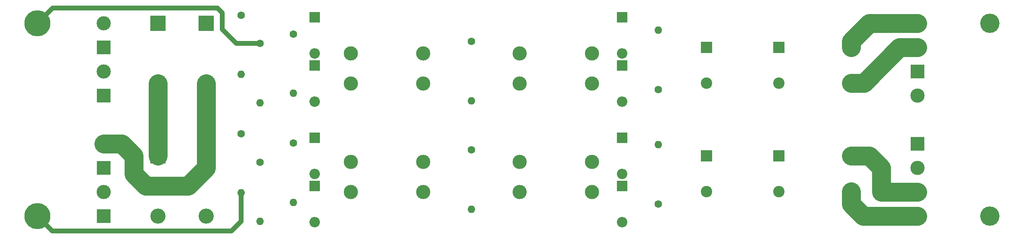
<source format=gbr>
G04 #@! TF.FileFunction,Copper,L2,Bot,Signal*
%FSLAX46Y46*%
G04 Gerber Fmt 4.6, Leading zero omitted, Abs format (unit mm)*
G04 Created by KiCad (PCBNEW 4.0.7) date 08/19/20 01:37:28*
%MOMM*%
%LPD*%
G01*
G04 APERTURE LIST*
%ADD10C,0.100000*%
%ADD11C,1.600000*%
%ADD12O,1.600000X1.600000*%
%ADD13R,2.400000X2.400000*%
%ADD14C,2.400000*%
%ADD15R,3.200000X3.200000*%
%ADD16O,3.200000X3.200000*%
%ADD17R,2.200000X2.200000*%
%ADD18O,2.200000X2.200000*%
%ADD19R,3.000000X3.000000*%
%ADD20C,3.000000*%
%ADD21C,5.500000*%
%ADD22C,4.064000*%
%ADD23C,1.000000*%
%ADD24C,4.000000*%
G04 APERTURE END LIST*
D10*
D11*
X82270000Y-47800000D03*
D12*
X82270000Y-60300000D03*
D11*
X82270000Y-72800000D03*
D12*
X82270000Y-85300000D03*
D11*
X93270000Y-51800000D03*
D12*
X93270000Y-64300000D03*
D11*
X93270000Y-74800000D03*
D12*
X93270000Y-87300000D03*
D11*
X130810000Y-53340000D03*
D12*
X130810000Y-65840000D03*
D11*
X130810000Y-76200000D03*
D12*
X130810000Y-88700000D03*
D11*
X170180000Y-63500000D03*
D12*
X170180000Y-51000000D03*
D11*
X170180000Y-87630000D03*
D12*
X170180000Y-75130000D03*
D13*
X180340000Y-54610000D03*
D14*
X180340000Y-62110000D03*
D13*
X180340000Y-77470000D03*
D14*
X180340000Y-84970000D03*
D13*
X195580000Y-54610000D03*
D14*
X195580000Y-62110000D03*
D13*
X195580000Y-77470000D03*
D14*
X195580000Y-84970000D03*
D13*
X210820000Y-54610000D03*
D14*
X210820000Y-62110000D03*
D13*
X210820000Y-77470000D03*
D14*
X210820000Y-84970000D03*
D15*
X64770000Y-49530000D03*
D16*
X64770000Y-62230000D03*
D15*
X64770000Y-77470000D03*
D16*
X64770000Y-90170000D03*
D15*
X74930000Y-49530000D03*
D16*
X74930000Y-62230000D03*
D15*
X74930000Y-77470000D03*
D16*
X74930000Y-90170000D03*
D17*
X97790000Y-48260000D03*
D18*
X97790000Y-55880000D03*
D17*
X97790000Y-58420000D03*
D18*
X97790000Y-66040000D03*
D17*
X97790000Y-73660000D03*
D18*
X97790000Y-81280000D03*
D17*
X97790000Y-83820000D03*
D18*
X97790000Y-91440000D03*
D17*
X162560000Y-48260000D03*
D18*
X162560000Y-55880000D03*
D17*
X162560000Y-58420000D03*
D18*
X162560000Y-66040000D03*
D17*
X162560000Y-73660000D03*
D18*
X162560000Y-81280000D03*
D17*
X162560000Y-83820000D03*
D18*
X162560000Y-91440000D03*
D19*
X53340000Y-54610000D03*
D20*
X53340000Y-49530000D03*
D19*
X53340000Y-64770000D03*
D20*
X53340000Y-59690000D03*
D19*
X53340000Y-80010000D03*
D20*
X53340000Y-74930000D03*
D19*
X53340000Y-90170000D03*
D20*
X53340000Y-85090000D03*
D19*
X224790000Y-59690000D03*
D20*
X224790000Y-64770000D03*
D19*
X224790000Y-85090000D03*
D20*
X224790000Y-90170000D03*
D19*
X224790000Y-49530000D03*
D20*
X224790000Y-54610000D03*
D19*
X224790000Y-74930000D03*
D20*
X224790000Y-80010000D03*
X120650000Y-55880000D03*
X105410000Y-55880000D03*
X120650000Y-62230000D03*
X105410000Y-62230000D03*
X120650000Y-78740000D03*
X105410000Y-78740000D03*
X120650000Y-85090000D03*
X105410000Y-85090000D03*
X156210000Y-55880000D03*
X140970000Y-55880000D03*
X156210000Y-62230000D03*
X140970000Y-62230000D03*
X156210000Y-78740000D03*
X140970000Y-78740000D03*
X156210000Y-85090000D03*
X140970000Y-85090000D03*
D21*
X39370000Y-49530000D03*
X39370000Y-90170000D03*
D22*
X240030000Y-49530000D03*
X240030000Y-90170000D03*
D11*
X86270000Y-53800000D03*
D12*
X86270000Y-66300000D03*
D11*
X86270000Y-78800000D03*
D12*
X86270000Y-91300000D03*
D23*
X86270000Y-53800000D02*
X81270000Y-53800000D01*
X42600000Y-46300000D02*
X39370000Y-49530000D01*
X77270000Y-46300000D02*
X42600000Y-46300000D01*
X78270000Y-47300000D02*
X77270000Y-46300000D01*
X78270000Y-50800000D02*
X78270000Y-47300000D01*
X81270000Y-53800000D02*
X78270000Y-50800000D01*
D24*
X210820000Y-62110000D02*
X213480000Y-62110000D01*
X220980000Y-54610000D02*
X224790000Y-54610000D01*
X213480000Y-62110000D02*
X220980000Y-54610000D01*
X210820000Y-54610000D02*
X210820000Y-53340000D01*
X214630000Y-49530000D02*
X224790000Y-49530000D01*
X210820000Y-53340000D02*
X214630000Y-49530000D01*
X210820000Y-84970000D02*
X210820000Y-87630000D01*
X213360000Y-90170000D02*
X224790000Y-90170000D01*
X210820000Y-87630000D02*
X213360000Y-90170000D01*
X224790000Y-85090000D02*
X217170000Y-85090000D01*
X214630000Y-77470000D02*
X210820000Y-77470000D01*
X217170000Y-80010000D02*
X214630000Y-77470000D01*
X217170000Y-85090000D02*
X217170000Y-80010000D01*
X64770000Y-62230000D02*
X64770000Y-77470000D01*
X53340000Y-74930000D02*
X57150000Y-74930000D01*
X74930000Y-80010000D02*
X74930000Y-77470000D01*
X71120000Y-83820000D02*
X74930000Y-80010000D01*
X62230000Y-83820000D02*
X71120000Y-83820000D01*
X59690000Y-81280000D02*
X62230000Y-83820000D01*
X59690000Y-77470000D02*
X59690000Y-81280000D01*
X57150000Y-74930000D02*
X59690000Y-77470000D01*
X74930000Y-62230000D02*
X74930000Y-77470000D01*
D23*
X82270000Y-85300000D02*
X82270000Y-91300000D01*
X42500000Y-93300000D02*
X39370000Y-90170000D01*
X80270000Y-93300000D02*
X42500000Y-93300000D01*
X82270000Y-91300000D02*
X80270000Y-93300000D01*
M02*

</source>
